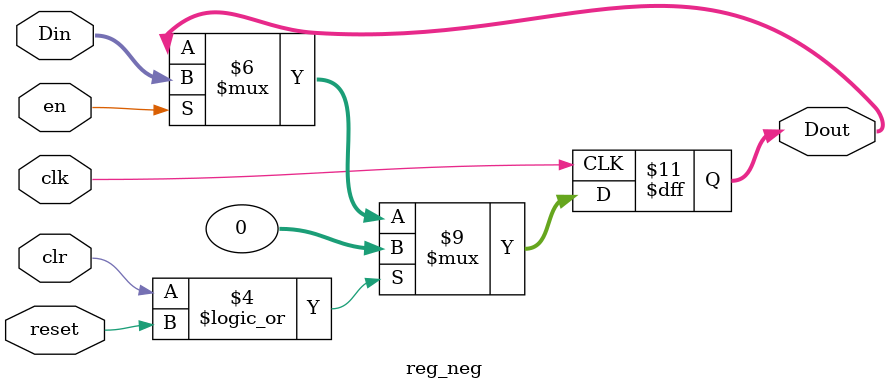
<source format=v>
`timescale 1ns / 1ps


module reg_neg(clk,reset,clr,en,Din,Dout);

    parameter WIDTH = 32;
    input clk,reset,clr,en;
    input [WIDTH-1:0] Din;
    output reg [WIDTH-1:0] Dout;
     
    initial
    begin
        Dout <= 0;
    end 
     
    always@(negedge clk) 
    begin   
        if ((clr == 1) || (reset == 1)) 
            Dout <= 0; 
        else if (en)
            Dout <= Din; 
    end  
endmodule

</source>
